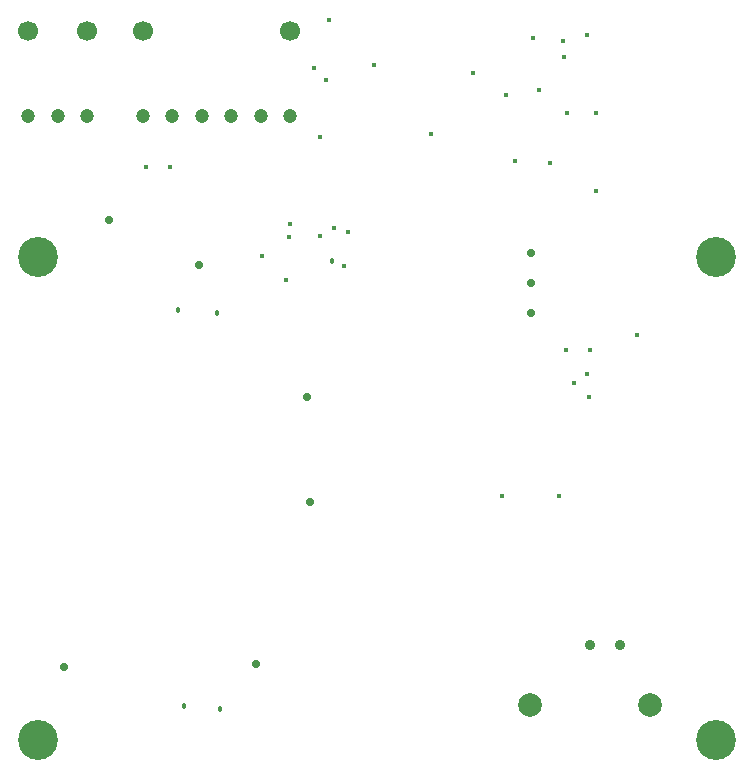
<source format=gbr>
%TF.GenerationSoftware,Altium Limited,Altium Designer,23.3.1 (30)*%
G04 Layer_Color=0*
%FSLAX45Y45*%
%MOMM*%
%TF.SameCoordinates,805B0A7C-C0AB-40D2-B4E8-8F8973F9869A*%
%TF.FilePolarity,Positive*%
%TF.FileFunction,Plated,1,2,PTH,Drill*%
%TF.Part,Single*%
G01*
G75*
%TA.AperFunction,ComponentDrill*%
%ADD64C,0.90000*%
%ADD65C,2.00000*%
%ADD66C,0.70000*%
%ADD67C,1.70000*%
%ADD68C,1.20000*%
%TA.AperFunction,OtherDrill,Pad Free-3 (63.5mm,47.752mm)*%
%ADD69C,3.37820*%
%TA.AperFunction,OtherDrill,Pad Free-3 (6.096mm,47.752mm)*%
%ADD70C,3.37820*%
%TA.AperFunction,OtherDrill,Pad Free-3 (63.5mm,6.858mm)*%
%ADD71C,3.37820*%
%TA.AperFunction,OtherDrill,Pad Free-3 (6.096mm,6.858mm)*%
%ADD72C,3.37820*%
%TA.AperFunction,ViaDrill,NotFilled*%
%ADD73C,0.71120*%
%ADD74C,0.38100*%
%ADD75C,0.45720*%
D64*
X5537200Y1490700D02*
D03*
X5283200D02*
D03*
D65*
X5791200Y982700D02*
D03*
X4775200D02*
D03*
D66*
X4787400Y4305300D02*
D03*
Y4559300D02*
D03*
Y4813300D02*
D03*
D67*
X2745900Y6689300D02*
D03*
X1495900D02*
D03*
X1024700D02*
D03*
X524700D02*
D03*
D68*
X1495900Y5971300D02*
D03*
X1745900D02*
D03*
X1995900D02*
D03*
X2245900D02*
D03*
X2495900D02*
D03*
X2745900D02*
D03*
X1024700D02*
D03*
X774700D02*
D03*
X524700D02*
D03*
D69*
X6350000Y4775200D02*
D03*
D70*
X609600D02*
D03*
D71*
X6350000Y685800D02*
D03*
D72*
X609600D02*
D03*
D73*
X2908300Y2705100D02*
D03*
X2882900Y3594100D02*
D03*
X1206500Y5092700D02*
D03*
X1968500Y4711700D02*
D03*
X825500Y1308100D02*
D03*
X2451100Y1333500D02*
D03*
D74*
X2732937Y4944491D02*
D03*
X4851819Y6193764D02*
D03*
X3115982Y5022482D02*
D03*
X2997200Y4953000D02*
D03*
X3230700Y4991100D02*
D03*
X3200400Y4699000D02*
D03*
X5054600Y6604000D02*
D03*
X4648200Y5588000D02*
D03*
X4940451Y5577840D02*
D03*
X2997200Y5791200D02*
D03*
X5143828Y3708400D02*
D03*
X5283200Y3987800D02*
D03*
X5080000D02*
D03*
X4800600Y6629400D02*
D03*
X5257800Y6654800D02*
D03*
X3454400Y6400800D02*
D03*
X2946400Y6375400D02*
D03*
X3048000Y6273800D02*
D03*
X3073400Y6781800D02*
D03*
X5270500Y3594100D02*
D03*
X5676900Y4114800D02*
D03*
X5085371Y5999685D02*
D03*
X5063620Y6473310D02*
D03*
X4292600Y6337912D02*
D03*
X3937000Y5816600D02*
D03*
X4533900Y2755900D02*
D03*
X5334000Y5334000D02*
D03*
Y5994400D02*
D03*
X4572000Y6146800D02*
D03*
X1524000Y5537200D02*
D03*
X1727200D02*
D03*
X2743200Y5054600D02*
D03*
X5256310Y3786551D02*
D03*
X5016500Y2755900D02*
D03*
X2501900Y4787900D02*
D03*
X2705100Y4584700D02*
D03*
D75*
X2146300Y952500D02*
D03*
X1790700Y4330700D02*
D03*
X2120900Y4305300D02*
D03*
X1841500Y977900D02*
D03*
X3098527Y4744156D02*
D03*
%TF.MD5,5bfb868e1e2cc683fa8dcb01a669298a*%
M02*

</source>
